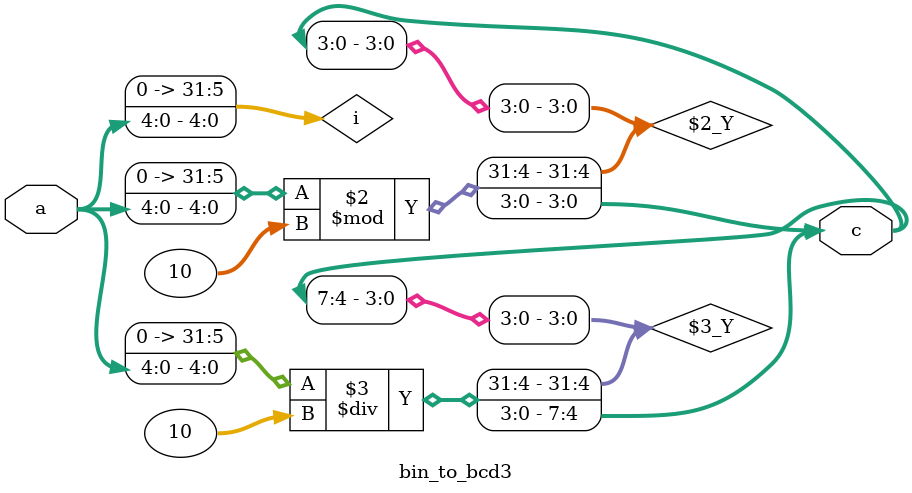
<source format=v>
module bin_to_bcd3(input [4:0]a,output reg [7:0]c);

integer i;
 

always @ (a) begin  
i=a;
c[3:0]<=i%10;
c[7:4]<=i/10;
  end
endmodule
</source>
